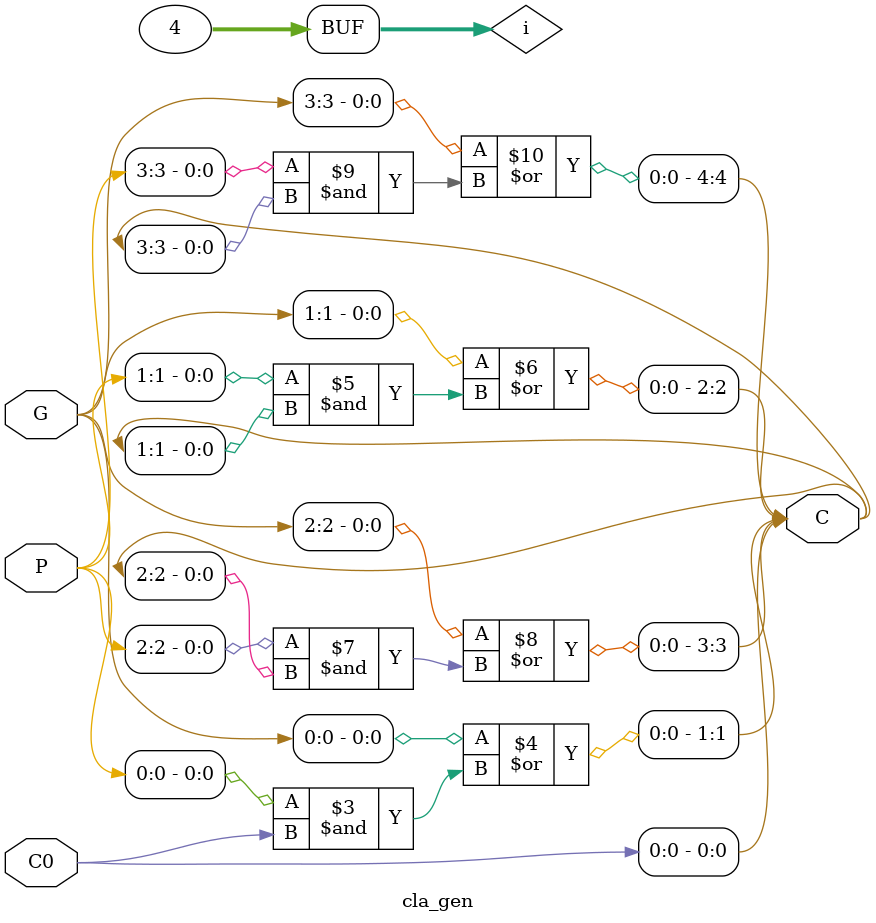
<source format=v>
module addsub_cla(S,C,V, A,B,M);

parameter W=4;


output [W-1:0] S;
output C, V;
input [W-1:0] A,B;
input M;

wire [W:0] c;

assign c[0] = M;

reg [W-1:0] Bp;
always @(*) begin
if(M==0)
Bp = B[W-1:0];
else
Bp = ~B[W-1:0];
end

cla_gen #(.W(W)) CLAGEN(.C(c), .P(A^Bp), .G(A&Bp), .C0(M));// carry


genvar i;

generate
	for(i=0;i<W;i=i+1)
	begin:result
		assign S[i] = A[i]^Bp[i]^c[i];
	end
endgenerate


assign C= c[W];



assign V = (c[W] != c[W-1]) ? 1'b1:1'b0;


endmodule

module cla_gen(C,P,G,C0);

parameter W =4;

output reg [W:0] C;

input [W-1:0] P;
input [W-1:0] G;
input C0;

integer i;

always @(*) begin
	C[0]=C0;
	for (i =0; i<W; i=i+1) begin
		C[i+1] = G[i] | (P[i]&C[i]);
	end
end


endmodule

</source>
